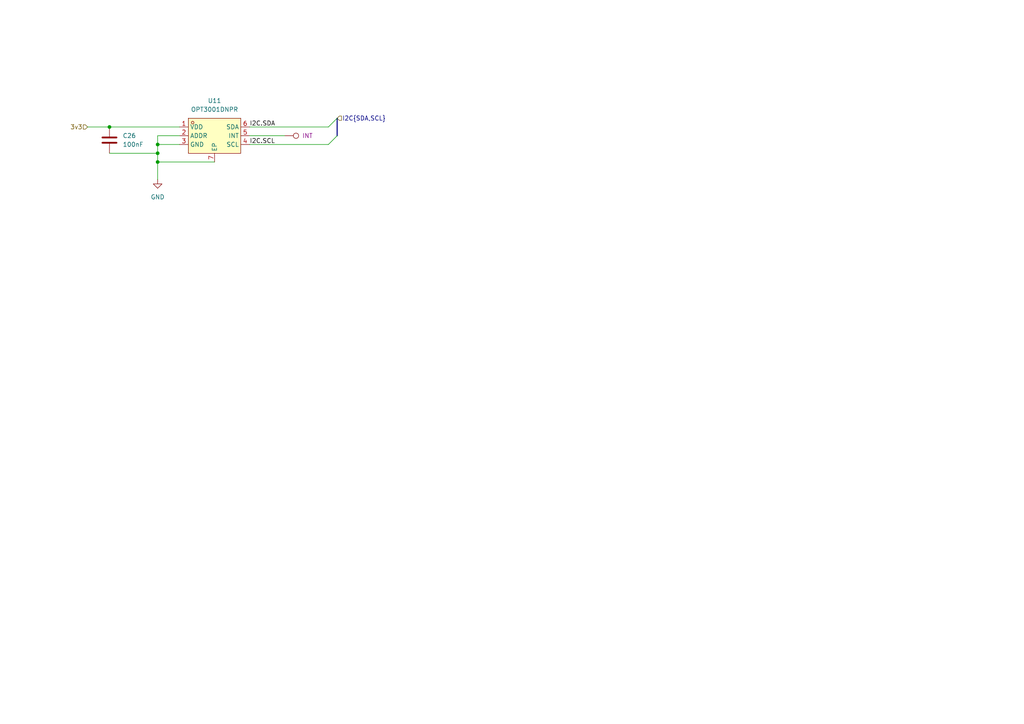
<source format=kicad_sch>
(kicad_sch (version 20250114) (generator "eeschema") (generator_version "9.0")
  (paper "A4")
  (lib_symbols
    (symbol "Device:C" (pin_numbers (hide yes)) (pin_names (offset 0.254))
      (property "Reference" "C" (at 0.635 2.54 0))
      (property "Value" "C" (at 0.635 -2.54 0))
      (symbol "C_0_1"
        (polyline (pts (xy -2.032 0.762) (xy 2.032 0.762)) (stroke (width 0.508)))
        (polyline (pts (xy -2.032 -0.762) (xy 2.032 -0.762)) (stroke (width 0.508)))
      )
      (symbol "C_1_1"
        (pin passive line (at 0 3.81 270) (length 2.794) (name "~") (number "1"))
        (pin passive line (at 0 -3.81 90) (length 2.794) (name "~") (number "2"))
      )
    )
    (symbol "easyeda2kicad:LabeledTestPoint" (pin_numbers (hide yes)) (pin_names (offset 0.762) (hide yes)) (in_bom no)
      (property "Label" "label" (at 0 5.08 0))
      (symbol "LabeledTestPoint_0_1"
        (circle (center 0 3.302) (radius 0.762))
      )
      (symbol "LabeledTestPoint_1_1"
        (pin passive line (at 0 0 90) (length 2.54) (name "1") (number "1"))
      )
    )
    (symbol "easyeda2kicad:OPT3001DNPR"
      (property "Reference" "U" (at 0 7.62 0))
      (property "Value" "OPT3001DNPR" (at 0 -12.7 0))
      (symbol "OPT3001DNPR_0_1"
        (rectangle (start -7.62 5.08) (end 7.62 -5.08) (fill (type background)))
        (circle (center -6.35 3.81) (radius 0.38))
        (pin unspecified line (at -10.16 2.54 0) (length 2.54) (name "VDD") (number "1"))
        (pin unspecified line (at -10.16 0 0) (length 2.54) (name "ADDR") (number "2"))
        (pin unspecified line (at -10.16 -2.54 0) (length 2.54) (name "GND") (number "3"))
        (pin unspecified line (at 0 -7.62 90) (length 2.54) (name "EP") (number "7"))
        (pin unspecified line (at 10.16 2.54 180) (length 2.54) (name "SDA") (number "6"))
        (pin unspecified line (at 10.16 0 180) (length 2.54) (name "INT") (number "5"))
        (pin unspecified line (at 10.16 -2.54 180) (length 2.54) (name "SCL") (number "4"))
      )
    )
    (symbol "power:GND" (power) (pin_numbers (hide yes)) (pin_names (offset 0) (hide yes))
      (property "Value" "GND" (at 0 -3.81 0))
      (symbol "GND_0_1"
        (polyline (pts (xy 0 0) (xy 0 -1.27) (xy 1.27 -1.27) (xy 0 -2.54) (xy -1.27 -1.27) (xy 0 -1.27)))
      )
      (symbol "GND_1_1"
        (pin power_in line (at 0 0 270) (length 0) (name "~") (number "1"))
      )
    )
  )
  (junction (at 45.72 44.45))
  (junction (at 31.75 36.83))
  (junction (at 45.72 46.99))
  (junction (at 45.72 41.91))
  (bus_entry (at 97.79 39.37) (size -2.54 2.54))
  (bus_entry (at 97.79 34.29) (size -2.54 2.54))
  (bus (pts (xy 97.79 34.29) (xy 97.79 39.37)))
  (wire (pts (xy 52.07 39.37) (xy 45.72 39.37)))
  (wire (pts (xy 72.39 36.83) (xy 95.25 36.83)))
  (wire (pts (xy 25.4 36.83) (xy 31.75 36.83)))
  (wire (pts (xy 45.72 41.91) (xy 52.07 41.91)))
  (wire (pts (xy 31.75 44.45) (xy 45.72 44.45)))
  (wire (pts (xy 45.72 41.91) (xy 45.72 44.45)))
  (wire (pts (xy 45.72 46.99) (xy 45.72 52.07)))
  (wire (pts (xy 45.72 44.45) (xy 45.72 46.99)))
  (wire (pts (xy 45.72 46.99) (xy 62.23 46.99)))
  (wire (pts (xy 72.39 41.91) (xy 95.25 41.91)))
  (wire (pts (xy 45.72 39.37) (xy 45.72 41.91)))
  (wire (pts (xy 72.39 39.37) (xy 82.55 39.37)))
  (wire (pts (xy 31.75 36.83) (xy 52.07 36.83)))
  (label "I2C.SCL" (at 72.39 41.91 0))
  (label "I2C.SDA" (at 72.39 36.83 0))
  (hierarchical_label "I2C{SDA,SCL}" (shape input) (at 97.79 34.29 0))
  (hierarchical_label "3v3" (shape input) (at 25.4 36.83 180))
  (symbol (lib_id "power:GND") (at 45.72 52.07 0) (unit 1)
    (property "Reference" "#PWR055" (effects (hide yes)))
    (property "Value" "GND" (at 45.72 57.15 0))
    (property "Description" "Power symbol creates a global label with name \"GND\" , ground" (effects (hide yes)))
  )
  (symbol (lib_id "easyeda2kicad:LabeledTestPoint") (at 82.55 39.37 270) (unit 1) (in_bom no)
    (property "Reference" "TP5" (effects (hide yes)))
    (property "Value" "LabeledTestPoint" (effects (hide yes)))
    (property "Footprint" "easyeda2kicad:LabeledTestPoint" (effects (hide yes)))
    (property "Description" "test point" (effects (hide yes)))
    (property "Label" "INT" (at 87.63 39.3699 90) (effects (justify left)))
  )
  (symbol (lib_id "easyeda2kicad:OPT3001DNPR") (at 62.23 39.37 0) (unit 1)
    (property "Reference" "U11" (at 62.23 29.21 0))
    (property "Value" "OPT3001DNPR" (at 62.23 31.75 0))
    (property "Footprint" "easyeda2kicad:USON6_L2.1-W2.1-P0.65-BL-EP" (effects (hide yes)))
    (property "Datasheet" "https://lcsc.com/product-detail/Ambient-Light-Sensors_TI_OPT3001DNPR_OPT3001DNPR_C90462.html" (effects (hide yes)))
    (property "LCSC Part" "C90462" (effects (hide yes)))
  )
  (symbol (lib_id "Device:C") (at 31.75 40.64 0) (unit 1)
    (property "Reference" "C26" (at 35.56 39.3699 0) (effects (justify left)))
    (property "Value" "100nF" (at 35.56 41.9099 0) (effects (justify left)))
    (property "Footprint" "Capacitor_SMD:C_0603_1608Metric" (effects (hide yes)))
    (property "Description" "Unpolarized capacitor" (effects (hide yes)))
  )
)
</source>
